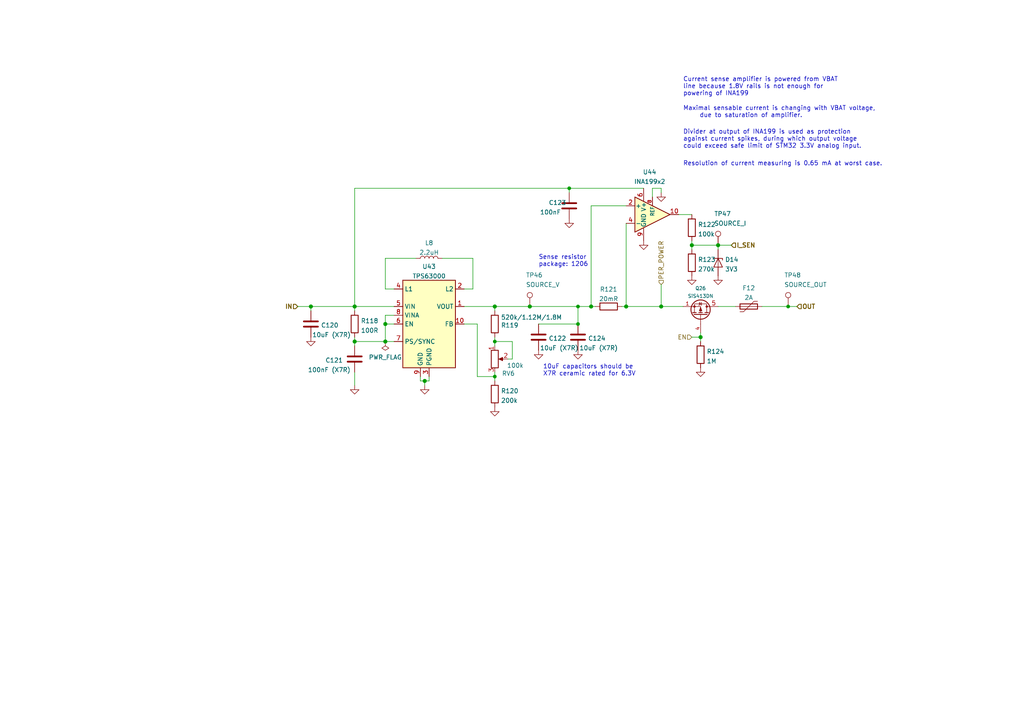
<source format=kicad_sch>
(kicad_sch (version 20210621) (generator eeschema)
  (paper "A4")
  (title_block (title "BUTCube - EPS") (date "2021-06-01") (rev "v1.0") (company "VUT - FIT(STRaDe) & FME(IAE & IPE)") (comment 1 "Author: Petr Malaník"))
  (lib_symbols
    (symbol "Connector:TestPoint" (pin_numbers hide) (pin_names (offset 0.762) hide)
      (property "Reference" "TP" (at 0 6.858 0))
      (property "Value" "TestPoint" (at 0 5.08 0))
      (symbol "TestPoint_0_1"
        (circle (center 0 3.302) (radius 0.762))
      )
      (symbol "TestPoint_1_1"
        (pin passive line (at 0 0 90) (length 2.54) (name "1") (number "1"))
      )
    )
    (symbol "Device:C" (pin_numbers hide) (pin_names (offset 0.254))
      (property "Reference" "C" (at 0.635 2.54 0))
      (property "Value" "C" (at 0.635 -2.54 0))
      (symbol "C_0_1"
        (polyline (pts (xy -2.032 -0.762) (xy 2.032 -0.762)) (stroke (width 0.508)))
        (polyline (pts (xy -2.032 0.762) (xy 2.032 0.762)) (stroke (width 0.508)))
      )
      (symbol "C_1_1"
        (pin passive line (at 0 3.81 270) (length 2.794) (name "~") (number "1"))
        (pin passive line (at 0 -3.81 90) (length 2.794) (name "~") (number "2"))
      )
    )
    (symbol "Device:D_Zener" (pin_numbers hide) (pin_names (offset 1.016) hide)
      (property "Reference" "D" (at 0 2.54 0))
      (property "Value" "D_Zener" (at 0 -2.54 0))
      (symbol "D_Zener_0_1"
        (polyline (pts (xy 1.27 0) (xy -1.27 0)))
        (polyline (pts (xy -1.27 -1.27) (xy -1.27 1.27) (xy -0.762 1.27)) (stroke (width 0.2032)))
        (polyline (pts (xy 1.27 -1.27) (xy 1.27 1.27) (xy -1.27 0) (xy 1.27 -1.27)) (stroke (width 0.2032)))
      )
      (symbol "D_Zener_1_1"
        (pin passive line (at -3.81 0 0) (length 2.54) (name "K") (number "1"))
        (pin passive line (at 3.81 0 180) (length 2.54) (name "A") (number "2"))
      )
    )
    (symbol "Device:L" (pin_numbers hide) (pin_names (offset 1.016) hide)
      (property "Reference" "L" (at -1.27 0 90))
      (property "Value" "L" (at 1.905 0 90))
      (symbol "L_0_1"
        (arc (start 0 -2.54) (end 0 -1.27) (radius (at 0 -1.905) (length 0.635) (angles -89.9 89.9)))
        (arc (start 0 -1.27) (end 0 0) (radius (at 0 -0.635) (length 0.635) (angles -89.9 89.9)))
        (arc (start 0 0) (end 0 1.27) (radius (at 0 0.635) (length 0.635) (angles -89.9 89.9)))
        (arc (start 0 1.27) (end 0 2.54) (radius (at 0 1.905) (length 0.635) (angles -89.9 89.9)))
      )
      (symbol "L_1_1"
        (pin passive line (at 0 3.81 270) (length 1.27) (name "1") (number "1"))
        (pin passive line (at 0 -3.81 90) (length 1.27) (name "2") (number "2"))
      )
    )
    (symbol "Device:Polyfuse" (pin_numbers hide) (pin_names (offset 0))
      (property "Reference" "F" (at -2.54 0 90))
      (property "Value" "Polyfuse" (at 2.54 0 90))
      (symbol "Polyfuse_0_1"
        (rectangle (start -0.762 2.54) (end 0.762 -2.54) (stroke (width 0.254)))
        (polyline (pts (xy 0 2.54) (xy 0 -2.54)))
        (polyline (pts (xy -1.524 2.54) (xy -1.524 1.524) (xy 1.524 -1.524) (xy 1.524 -2.54)))
      )
      (symbol "Polyfuse_1_1"
        (pin passive line (at 0 3.81 270) (length 1.27) (name "~") (number "1"))
        (pin passive line (at 0 -3.81 90) (length 1.27) (name "~") (number "2"))
      )
    )
    (symbol "Device:R" (pin_numbers hide) (pin_names (offset 0))
      (property "Reference" "R" (at 2.032 0 90))
      (property "Value" "R" (at 0 0 90))
      (symbol "R_0_1"
        (rectangle (start -1.016 -2.54) (end 1.016 2.54) (stroke (width 0.254)))
      )
      (symbol "R_1_1"
        (pin passive line (at 0 3.81 270) (length 1.27) (name "~") (number "1"))
        (pin passive line (at 0 -3.81 90) (length 1.27) (name "~") (number "2"))
      )
    )
    (symbol "Device:R_POT" (pin_names (offset 1.016) hide)
      (property "Reference" "RV" (at -4.445 0 90))
      (property "Value" "R_POT" (at -2.54 0 90))
      (symbol "R_POT_0_1"
        (rectangle (start 1.016 2.54) (end -1.016 -2.54) (stroke (width 0.254)))
        (polyline (pts (xy 2.54 0) (xy 1.524 0)))
        (polyline (pts (xy 1.143 0) (xy 2.286 0.508) (xy 2.286 -0.508) (xy 1.143 0)) (fill (type outline)))
      )
      (symbol "R_POT_1_1"
        (pin passive line (at 0 3.81 270) (length 1.27) (name "1") (number "1"))
        (pin passive line (at 3.81 0 180) (length 1.27) (name "2") (number "2"))
        (pin passive line (at 0 -3.81 90) (length 1.27) (name "3") (number "3"))
      )
    )
    (symbol "Regulator_Switching:TPS63000"
      (property "Reference" "U" (at -7.62 13.97 0))
      (property "Value" "TPS63000" (at 5.08 13.97 0))
      (symbol "TPS63000_0_1"
        (rectangle (start -7.62 12.7) (end 7.62 -12.7) (stroke (width 0.254)) (fill (type background)))
      )
      (symbol "TPS63000_1_1"
        (pin power_out line (at 10.16 5.08 180) (length 2.54) (name "VOUT") (number "1"))
        (pin input line (at 10.16 0 180) (length 2.54) (name "FB") (number "10"))
        (pin passive line (at 0 -15.24 90) (length 2.54) hide (name "PGND") (number "11"))
        (pin input line (at 10.16 10.16 180) (length 2.54) (name "L2") (number "2"))
        (pin power_in line (at 0 -15.24 90) (length 2.54) (name "PGND") (number "3"))
        (pin input line (at -10.16 10.16 0) (length 2.54) (name "L1") (number "4"))
        (pin power_in line (at -10.16 5.08 0) (length 2.54) (name "VIN") (number "5"))
        (pin input line (at -10.16 0 0) (length 2.54) (name "EN") (number "6"))
        (pin input line (at -10.16 -5.08 0) (length 2.54) (name "PS/SYNC") (number "7"))
        (pin power_in line (at -10.16 2.54 0) (length 2.54) (name "VINA") (number "8"))
        (pin power_in line (at -2.54 -15.24 90) (length 2.54) (name "GND") (number "9"))
      )
    )
    (symbol "TCY_power_management:INA199" (pin_names (offset 0.127))
      (property "Reference" "U" (at 3.81 3.81 0))
      (property "Value" "INA199" (at 3.81 -3.81 0))
      (symbol "INA199_0_1"
        (polyline (pts (xy 5.08 0) (xy -5.08 5.08) (xy -5.08 -5.08) (xy 5.08 0)) (stroke (width 0.254)) (fill (type background)))
      )
      (symbol "INA199_1_1"
        (pin output line (at 7.62 0 180) (length 2.54) (name "~") (number "10"))
        (pin input line (at -7.62 2.54 0) (length 2.54) (name "+") (number "2"))
        (pin input line (at -7.62 2.54 0) (length 2.54) hide (name "+") (number "3"))
        (pin input line (at -7.62 -2.54 0) (length 2.54) (name "-") (number "4"))
        (pin input line (at -7.62 -2.54 0) (length 2.54) hide (name "-") (number "5"))
        (pin power_in line (at -2.54 7.62 270) (length 3.81) (name "V+") (number "6"))
        (pin input line (at 0 5.08 270) (length 2.54) (name "REF") (number "8"))
        (pin power_in line (at -2.54 -7.62 90) (length 3.81) (name "GND") (number "9"))
      )
    )
    (symbol "TCY_transistors:SiS413DN" (pin_names hide)
      (property "Reference" "Q" (at 8.89 2.54 0))
      (property "Value" "SiS413DN" (at 8.89 0 0))
      (symbol "SiS413DN_0_1"
        (circle (center -0.889 0) (radius 2.794) (stroke (width 0.254)))
        (circle (center 0 -1.778) (radius 0.254) (fill (type outline)))
        (circle (center 0 1.778) (radius 0.254) (fill (type outline)))
        (polyline (pts (xy -2.286 0) (xy -5.08 0)))
        (polyline (pts (xy -2.286 1.905) (xy -2.286 -1.905)) (stroke (width 0.254)))
        (polyline (pts (xy -1.778 -1.27) (xy -1.778 -2.286)) (stroke (width 0.254)))
        (polyline (pts (xy -1.778 0.508) (xy -1.778 -0.508)) (stroke (width 0.254)))
        (polyline (pts (xy -1.778 2.286) (xy -1.778 1.27)) (stroke (width 0.254)))
        (polyline (pts (xy 0 2.54) (xy 0 1.778)))
        (polyline (pts (xy 0 -2.54) (xy 0 0) (xy -1.778 0)))
        (polyline (pts (xy -1.778 1.778) (xy 0.762 1.778) (xy 0.762 -1.778) (xy -1.778 -1.778)))
        (polyline (pts (xy 0.254 -0.508) (xy 0.381 -0.381) (xy 1.143 -0.381) (xy 1.27 -0.254)))
        (polyline (pts (xy 0.762 -0.381) (xy 0.381 0.254) (xy 1.143 0.254) (xy 0.762 -0.381)))
        (polyline (pts (xy -0.254 0) (xy -1.27 0.381) (xy -1.27 -0.381) (xy -0.254 0)) (fill (type outline)))
      )
      (symbol "SiS413DN_1_1"
        (pin passive line (at 0 -5.08 90) (length 2.54) (name "S") (number "1"))
        (pin passive line (at 0 -5.08 90) (length 2.54) hide (name "S") (number "2"))
        (pin passive line (at 0 -5.08 90) (length 2.54) hide (name "S") (number "3"))
        (pin passive line (at -7.62 0 0) (length 2.54) (name "G") (number "4"))
        (pin passive line (at 0 5.08 270) (length 2.54) (name "D") (number "5"))
        (pin passive line (at 0 5.08 270) (length 2.54) hide (name "D") (number "6"))
        (pin passive line (at 0 5.08 270) (length 2.54) hide (name "D") (number "7"))
        (pin passive line (at 0 5.08 270) (length 2.54) hide (name "D") (number "8"))
        (pin passive line (at 0 5.08 270) (length 2.54) hide (name "D") (number "9"))
      )
    )
    (symbol "power:GND" (power) (pin_names (offset 0))
      (property "Value" "GND" (at 0 -3.81 0))
      (symbol "GND_0_1"
        (polyline (pts (xy 0 0) (xy 0 -1.27) (xy 1.27 -1.27) (xy 0 -2.54) (xy -1.27 -1.27) (xy 0 -1.27)))
      )
      (symbol "GND_1_1"
        (pin power_in line (at 0 0 270) (length 0) hide (name "GND") (number "1"))
      )
    )
    (symbol "power:PWR_FLAG" (power) (pin_numbers hide) (pin_names (offset 0) hide)
      (property "Value" "PWR_FLAG" (at 0 3.81 0))
      (symbol "PWR_FLAG_0_0"
        (pin power_out line (at 0 0 90) (length 0) (name "pwr") (number "1"))
      )
      (symbol "PWR_FLAG_0_1"
        (polyline (pts (xy 0 0) (xy 0 1.27) (xy -1.016 1.905) (xy 0 2.54) (xy 1.016 1.905) (xy 0 1.27)))
      )
    )
  )
  (junction (at 90.17 88.9) (diameter 1.016))
  (junction (at 102.87 88.9) (diameter 1.016))
  (junction (at 102.87 99.06) (diameter 1.016))
  (junction (at 111.76 93.98) (diameter 1.016))
  (junction (at 111.76 99.06) (diameter 1.016))
  (junction (at 123.19 110.49) (diameter 1.016))
  (junction (at 143.51 88.9) (diameter 1.016))
  (junction (at 143.51 99.06) (diameter 0.9144))
  (junction (at 143.51 109.22) (diameter 0.9144))
  (junction (at 153.67 88.9) (diameter 1.016))
  (junction (at 165.1 54.61) (diameter 0.9144))
  (junction (at 167.64 88.9) (diameter 0.9144))
  (junction (at 167.64 93.98) (diameter 0.9144))
  (junction (at 171.45 88.9) (diameter 1.016))
  (junction (at 181.61 88.9) (diameter 1.016))
  (junction (at 191.77 88.9) (diameter 1.016))
  (junction (at 200.66 71.12) (diameter 1.016))
  (junction (at 203.2 97.79) (diameter 1.016))
  (junction (at 208.28 71.12) (diameter 1.016))
  (junction (at 228.6 88.9) (diameter 0.9144))
  (wire (pts (xy 86.36 88.9) (xy 90.17 88.9)))
  (wire (pts (xy 90.17 88.9) (xy 90.17 90.17)))
  (wire (pts (xy 90.17 88.9) (xy 102.87 88.9)))
  (wire (pts (xy 102.87 54.61) (xy 102.87 88.9)))
  (wire (pts (xy 102.87 88.9) (xy 102.87 90.17)))
  (wire (pts (xy 102.87 88.9) (xy 114.3 88.9)))
  (wire (pts (xy 102.87 97.79) (xy 102.87 99.06)))
  (wire (pts (xy 102.87 99.06) (xy 102.87 100.33)))
  (wire (pts (xy 102.87 99.06) (xy 111.76 99.06)))
  (wire (pts (xy 102.87 107.95) (xy 102.87 111.76)))
  (wire (pts (xy 111.76 74.93) (xy 120.65 74.93)))
  (wire (pts (xy 111.76 83.82) (xy 111.76 74.93)))
  (wire (pts (xy 111.76 91.44) (xy 111.76 93.98)))
  (wire (pts (xy 111.76 91.44) (xy 114.3 91.44)))
  (wire (pts (xy 111.76 93.98) (xy 111.76 99.06)))
  (wire (pts (xy 111.76 93.98) (xy 114.3 93.98)))
  (wire (pts (xy 114.3 83.82) (xy 111.76 83.82)))
  (wire (pts (xy 114.3 99.06) (xy 111.76 99.06)))
  (wire (pts (xy 121.92 109.22) (xy 121.92 110.49)))
  (wire (pts (xy 121.92 110.49) (xy 123.19 110.49)))
  (wire (pts (xy 123.19 110.49) (xy 123.19 111.76)))
  (wire (pts (xy 123.19 110.49) (xy 124.46 110.49)))
  (wire (pts (xy 124.46 110.49) (xy 124.46 109.22)))
  (wire (pts (xy 128.27 74.93) (xy 137.16 74.93)))
  (wire (pts (xy 134.62 88.9) (xy 143.51 88.9)))
  (wire (pts (xy 137.16 74.93) (xy 137.16 83.82)))
  (wire (pts (xy 137.16 83.82) (xy 134.62 83.82)))
  (wire (pts (xy 138.43 93.98) (xy 134.62 93.98)))
  (wire (pts (xy 138.43 93.98) (xy 138.43 109.22)))
  (wire (pts (xy 138.43 109.22) (xy 143.51 109.22)))
  (wire (pts (xy 143.51 88.9) (xy 143.51 90.17)))
  (wire (pts (xy 143.51 88.9) (xy 153.67 88.9)))
  (wire (pts (xy 143.51 97.79) (xy 143.51 99.06)))
  (wire (pts (xy 143.51 99.06) (xy 143.51 100.33)))
  (wire (pts (xy 143.51 107.95) (xy 143.51 109.22)))
  (wire (pts (xy 143.51 109.22) (xy 143.51 110.49)))
  (wire (pts (xy 147.32 104.14) (xy 148.59 104.14)))
  (wire (pts (xy 148.59 99.06) (xy 143.51 99.06)))
  (wire (pts (xy 148.59 104.14) (xy 148.59 99.06)))
  (wire (pts (xy 153.67 88.9) (xy 167.64 88.9)))
  (wire (pts (xy 156.21 93.98) (xy 167.64 93.98)))
  (wire (pts (xy 165.1 54.61) (xy 102.87 54.61)))
  (wire (pts (xy 165.1 54.61) (xy 165.1 55.88)))
  (wire (pts (xy 165.1 54.61) (xy 186.69 54.61)))
  (wire (pts (xy 167.64 88.9) (xy 171.45 88.9)))
  (wire (pts (xy 167.64 93.98) (xy 167.64 88.9)))
  (wire (pts (xy 171.45 59.69) (xy 171.45 88.9)))
  (wire (pts (xy 171.45 59.69) (xy 181.61 59.69)))
  (wire (pts (xy 171.45 88.9) (xy 172.72 88.9)))
  (wire (pts (xy 180.34 88.9) (xy 181.61 88.9)))
  (wire (pts (xy 181.61 64.77) (xy 181.61 88.9)))
  (wire (pts (xy 181.61 88.9) (xy 191.77 88.9)))
  (wire (pts (xy 189.23 54.61) (xy 189.23 57.15)))
  (wire (pts (xy 191.77 54.61) (xy 189.23 54.61)))
  (wire (pts (xy 191.77 55.88) (xy 191.77 54.61)))
  (wire (pts (xy 191.77 82.55) (xy 191.77 88.9)))
  (wire (pts (xy 191.77 88.9) (xy 198.12 88.9)))
  (wire (pts (xy 196.85 62.23) (xy 200.66 62.23)))
  (wire (pts (xy 200.66 69.85) (xy 200.66 71.12)))
  (wire (pts (xy 200.66 71.12) (xy 200.66 72.39)))
  (wire (pts (xy 200.66 97.79) (xy 203.2 97.79)))
  (wire (pts (xy 203.2 97.79) (xy 203.2 96.52)))
  (wire (pts (xy 203.2 97.79) (xy 203.2 99.06)))
  (wire (pts (xy 208.28 71.12) (xy 200.66 71.12)))
  (wire (pts (xy 208.28 71.12) (xy 212.09 71.12)))
  (wire (pts (xy 208.28 72.39) (xy 208.28 71.12)))
  (wire (pts (xy 208.28 88.9) (xy 213.36 88.9)))
  (wire (pts (xy 220.98 88.9) (xy 228.6 88.9)))
  (wire (pts (xy 228.6 88.9) (xy 231.14 88.9)))
  (text "Sense resistor \npackage: 1206" (at 156.21 77.47 0) (effects (font (size 1.27 1.27)) (justify left bottom)))
  (text "10uF capacitors should be\nX7R ceramic rated for 6.3V" (at 157.48 109.22 0) (effects (font (size 1.27 1.27)) (justify left bottom)))
  (text "Current sense amplifier is powered from VBAT\nline because 1.8V rails is not enough for\npowering of INA199" (at 198.12 27.94 0) (effects (font (size 1.27 1.27)) (justify left bottom)))
  (text "Maximal sensable current is changing with VBAT voltage,\n	due to saturation of amplifier.\n" (at 198.12 34.29 0) (effects (font (size 1.27 1.27)) (justify left bottom)))
  (text "Divider at output of INA199 is used as protection\nagainst current spikes, during which output voltage\ncould exceed safe limit of STM32 3.3V analog input.\n" (at 198.12 43.18 0) (effects (font (size 1.27 1.27)) (justify left bottom)))
  (text "Resolution of current measuring is 0.65 mA at worst case." (at 198.12 48.26 0) (effects (font (size 1.27 1.27)) (justify left bottom)))
  (hierarchical_label "IN" (shape input) (at 86.36 88.9 180) (effects (font (thickness 0.254))))
  (hierarchical_label "PER_POWER" (shape input) (at 191.77 82.55 90))
  (hierarchical_label "EN" (shape input) (at 200.66 97.79 180))
  (hierarchical_label "I_SEN" (shape input) (at 212.09 71.12 0) (effects (font (thickness 0.254))))
  (hierarchical_label "OUT" (shape input) (at 231.14 88.9 0) (effects (font (thickness 0.254))))
  (symbol (lib_id "power:PWR_FLAG") (at 111.76 99.06 180)
    (property "Reference" "#FLG016" (effects hide))
    (property "Value" "PWR_FLAG" (at 111.76 103.6226 0))
  )
  (symbol (lib_id "Connector:TestPoint") (at 153.67 88.9 0)
    (property "Reference" "TP46" (at 152.5271 79.8 0) (effects (justify left)))
    (property "Value" "SOURCE_V" (at 152.5271 82.5751 0) (effects (justify left)))
    (property "Footprint" "TCY_connectors:TestPoint_Pad_D0.5mm" (effects hide))
  )
  (symbol (lib_id "Connector:TestPoint") (at 208.28 71.12 0)
    (property "Reference" "TP47" (at 207.1371 62.02 0) (effects (justify left)))
    (property "Value" "SOURCE_I" (at 207.1371 64.7951 0) (effects (justify left)))
    (property "Footprint" "TCY_connectors:TestPoint_Pad_D0.5mm" (effects hide))
  )
  (symbol (lib_id "Connector:TestPoint") (at 228.6 88.9 0)
    (property "Reference" "TP48" (at 227.4571 79.8 0) (effects (justify left)))
    (property "Value" "SOURCE_OUT" (at 227.4571 82.5751 0) (effects (justify left)))
    (property "Footprint" "TCY_connectors:TestPoint_Pad_D0.5mm" (effects hide))
  )
  (symbol (lib_id "power:GND") (at 90.17 97.79 0)
    (property "Reference" "#PWR0253" (effects hide))
    (property "Value" "GND" (effects hide))
  )
  (symbol (lib_id "power:GND") (at 102.87 111.76 0)
    (property "Reference" "#PWR0254" (effects hide))
    (property "Value" "GND" (effects hide))
  )
  (symbol (lib_id "power:GND") (at 123.19 111.76 0)
    (property "Reference" "#PWR0255" (effects hide))
    (property "Value" "GND" (effects hide))
  )
  (symbol (lib_id "power:GND") (at 143.51 118.11 0)
    (property "Reference" "#PWR0256" (effects hide))
    (property "Value" "GND" (effects hide))
  )
  (symbol (lib_id "power:GND") (at 156.21 101.6 0)
    (property "Reference" "#PWR0257" (effects hide))
    (property "Value" "GND" (effects hide))
  )
  (symbol (lib_id "power:GND") (at 165.1 63.5 0)
    (property "Reference" "#PWR0258" (effects hide))
    (property "Value" "GND" (effects hide))
  )
  (symbol (lib_id "power:GND") (at 167.64 101.6 0)
    (property "Reference" "#PWR0259" (effects hide))
    (property "Value" "GND" (effects hide))
  )
  (symbol (lib_id "power:GND") (at 186.69 69.85 0)
    (property "Reference" "#PWR0260" (effects hide))
    (property "Value" "GND" (effects hide))
  )
  (symbol (lib_id "power:GND") (at 191.77 55.88 0)
    (property "Reference" "#PWR0261" (effects hide))
    (property "Value" "GND" (effects hide))
  )
  (symbol (lib_id "power:GND") (at 200.66 80.01 0)
    (property "Reference" "#PWR0262" (effects hide))
    (property "Value" "GND" (effects hide))
  )
  (symbol (lib_id "power:GND") (at 203.2 106.68 0)
    (property "Reference" "#PWR0263" (effects hide))
    (property "Value" "GND" (effects hide))
  )
  (symbol (lib_id "power:GND") (at 208.28 80.01 0)
    (property "Reference" "#PWR0264" (effects hide))
    (property "Value" "GND" (effects hide))
  )
  (symbol (lib_id "Device:L") (at 124.46 74.93 90)
    (property "Reference" "L8" (at 124.46 70.4554 90))
    (property "Value" "2.2uH" (at 124.46 73.2305 90))
  )
  (symbol (lib_id "Device:R") (at 102.87 93.98 0)
    (property "Reference" "R118" (at 104.6481 93.0715 0) (effects (justify left)))
    (property "Value" "100R" (at 104.6481 95.8466 0) (effects (justify left)))
  )
  (symbol (lib_id "Device:R") (at 143.51 93.98 0)
    (property "Reference" "R119" (at 145.2881 94.3415 0) (effects (justify left)))
    (property "Value" "520k/1.12M/1.8M" (at 145.2881 92.0366 0) (effects (justify left)))
  )
  (symbol (lib_id "Device:R") (at 143.51 114.3 0)
    (property "Reference" "R120" (at 145.2881 113.3915 0) (effects (justify left)))
    (property "Value" "200k" (at 145.2881 116.1666 0) (effects (justify left)))
  )
  (symbol (lib_id "Device:R") (at 176.53 88.9 90)
    (property "Reference" "R121" (at 176.53 83.9174 90))
    (property "Value" "20mR" (at 176.53 86.6925 90))
  )
  (symbol (lib_id "Device:R") (at 200.66 66.04 180)
    (property "Reference" "R122" (at 202.4381 65.1315 0) (effects (justify right)))
    (property "Value" "100k" (at 202.4381 67.9066 0) (effects (justify right)))
  )
  (symbol (lib_id "Device:R") (at 200.66 76.2 180)
    (property "Reference" "R123" (at 202.4381 75.2915 0) (effects (justify right)))
    (property "Value" "270k" (at 202.4381 78.0666 0) (effects (justify right)))
  )
  (symbol (lib_id "Device:R") (at 203.2 102.87 0)
    (property "Reference" "R124" (at 204.9781 101.9615 0) (effects (justify left)))
    (property "Value" "1M" (at 204.9781 104.7366 0) (effects (justify left)))
  )
  (symbol (lib_id "Device:D_Zener") (at 208.28 76.2 270)
    (property "Reference" "D14" (at 210.2867 75.2915 90) (effects (justify left)))
    (property "Value" "3V3" (at 210.2867 78.0666 90) (effects (justify left)))
  )
  (symbol (lib_id "Device:Polyfuse") (at 217.17 88.9 90)
    (property "Reference" "F12" (at 217.17 83.5364 90))
    (property "Value" "2A" (at 217.17 86.3115 90))
  )
  (symbol (lib_id "Device:C") (at 90.17 93.98 0)
    (property "Reference" "C120" (at 93.0911 94.3415 0) (effects (justify left)))
    (property "Value" "10uF (X7R)" (at 90.5511 97.1166 0) (effects (justify left)))
  )
  (symbol (lib_id "Device:C") (at 102.87 104.14 0)
    (property "Reference" "C121" (at 94.3611 104.5015 0) (effects (justify left)))
    (property "Value" "100nF (X7R)" (at 89.2811 107.2766 0) (effects (justify left)))
  )
  (symbol (lib_id "Device:C") (at 156.21 97.79 0)
    (property "Reference" "C122" (at 159.1311 98.1515 0) (effects (justify left)))
    (property "Value" "10uF (X7R)" (at 156.5911 100.9266 0) (effects (justify left)))
  )
  (symbol (lib_id "Device:C") (at 165.1 59.69 0)
    (property "Reference" "C123" (at 159.1311 58.7815 0) (effects (justify left)))
    (property "Value" "100nF" (at 156.5911 61.5566 0) (effects (justify left)))
  )
  (symbol (lib_id "Device:C") (at 167.64 97.79 0)
    (property "Reference" "C124" (at 170.5611 98.1515 0) (effects (justify left)))
    (property "Value" "10uF (X7R)" (at 168.0211 100.9266 0) (effects (justify left)))
  )
  (symbol (lib_id "Device:R_POT") (at 143.51 104.14 0)
    (property "Reference" "RV6" (at 149.352 108.3115 0) (effects (justify right)))
    (property "Value" "100k" (at 151.892 106.0066 0) (effects (justify right)))
  )
  (symbol (lib_id "TCY_transistors:SiS413DN") (at 203.2 88.9 270) (mirror x)
    (property "Reference" "Q26" (at 203.2 83.6288 90) (effects (font (size 1 1))))
    (property "Value" "SiS413DN" (at 203.2 85.8678 90) (effects (font (size 1 1))))
    (property "Footprint" "Package_SO:Vishay_PowerPAK_1212-8_Single" (effects hide))
    (property "Datasheet" "https://www.vishay.com/docs/63262/sis413dn.pdf" (effects hide))
  )
  (symbol (lib_id "TCY_power_management:INA199") (at 189.23 62.23 0)
    (property "Reference" "U44" (at 186.4361 49.8915 0) (effects (justify left)))
    (property "Value" "INA199x2" (at 183.8961 52.6666 0) (effects (justify left)))
    (property "Footprint" "Package_DFN_QFN:UQFN-10_1.4x1.8mm_P0.4mm" (effects hide))
    (property "Datasheet" "https://www.ti.com/lit/ds/symlink/ina199.pdf" (effects hide))
  )
  (symbol (lib_id "Regulator_Switching:TPS63000") (at 124.46 93.98 0)
    (property "Reference" "U43" (at 124.46 77.3134 0))
    (property "Value" "TPS63000" (at 124.46 80.0885 0))
    (property "Footprint" "Package_SON:Texas_DRC0010J_ThermalVias" (effects hide))
    (property "Datasheet" "http://www.ti.com/lit/ds/symlink/tps63000.pdf" (effects hide))
  )
)
</source>
